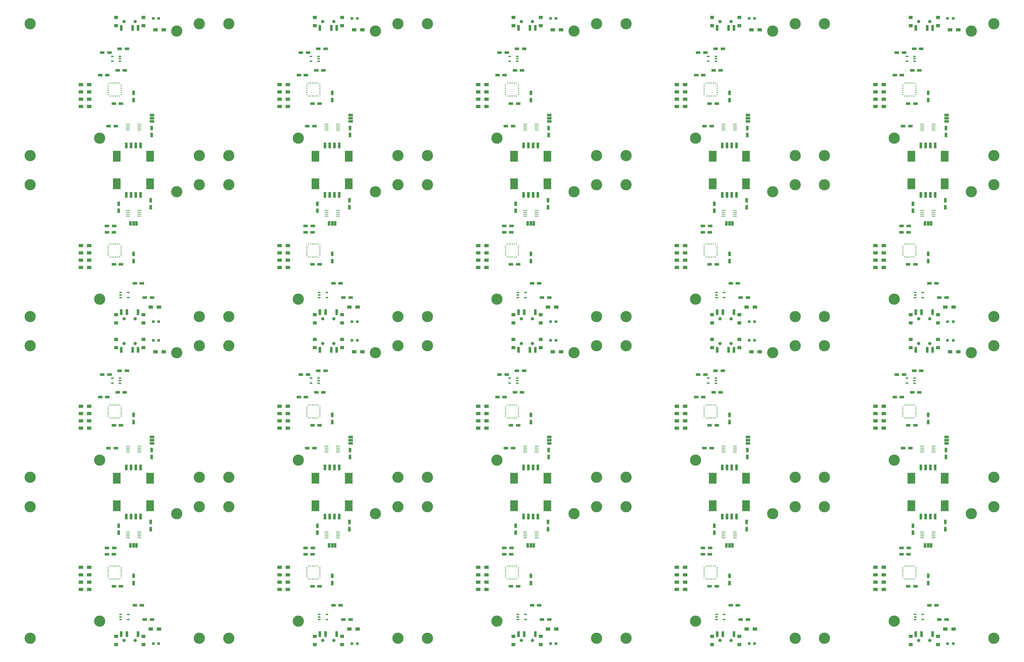
<source format=gbr>
G04 #@! TF.FileFunction,Soldermask,Bot*
%FSLAX46Y46*%
G04 Gerber Fmt 4.6, Leading zero omitted, Abs format (unit mm)*
G04 Created by KiCad (PCBNEW (2015-09-14 BZR 6197)-product) date Wednesday, September 16, 2015 'PMt' 11:24:09 PM*
%MOMM*%
G01*
G04 APERTURE LIST*
%ADD10C,0.100000*%
%ADD11R,1.200000X0.750000*%
%ADD12R,0.200000X0.350000*%
%ADD13R,0.350000X0.200000*%
%ADD14R,0.750000X1.200000*%
%ADD15R,0.800000X1.600000*%
%ADD16R,2.100000X3.000000*%
%ADD17R,1.143000X0.635000*%
%ADD18R,1.000000X0.260000*%
%ADD19R,1.200000X0.900000*%
%ADD20R,0.797560X0.797560*%
%ADD21C,0.889000*%
%ADD22R,0.711200X1.524000*%
%ADD23R,0.990600X0.812800*%
%ADD24R,0.660400X0.406400*%
%ADD25R,0.635000X1.143000*%
%ADD26C,3.000000*%
G04 APERTURE END LIST*
D10*
D11*
X203649000Y-129699000D03*
X201749000Y-129699000D03*
X200049000Y-122099000D03*
X198149000Y-122099000D03*
D12*
X202250000Y-127725000D03*
X202750000Y-127725000D03*
X203250000Y-127725000D03*
X201750000Y-127725000D03*
X201250000Y-127725000D03*
X200750000Y-127725000D03*
X200750000Y-124275000D03*
X201250000Y-124275000D03*
X201750000Y-124275000D03*
X203250000Y-124275000D03*
X202750000Y-124275000D03*
D13*
X203725000Y-125750000D03*
X200275000Y-126250000D03*
X200275000Y-126750000D03*
X200275000Y-127250000D03*
X200275000Y-125750000D03*
X200275000Y-125250000D03*
X200275000Y-124750000D03*
X203725000Y-124750000D03*
X203725000Y-125250000D03*
D12*
X202250000Y-124275000D03*
D13*
X203725000Y-127250000D03*
X203725000Y-126750000D03*
X203725000Y-126250000D03*
D14*
X207049000Y-126899000D03*
X207049000Y-128799000D03*
D15*
X208875000Y-140900000D03*
X207625000Y-140900000D03*
X206375000Y-140900000D03*
X205125000Y-140900000D03*
D16*
X211425000Y-143800000D03*
X202575000Y-143800000D03*
D11*
X202274000Y-135749000D03*
X200374000Y-135749000D03*
D14*
X211824000Y-138149000D03*
X211824000Y-136249000D03*
D17*
X211949000Y-132823500D03*
X211949000Y-134474500D03*
X211949000Y-133649000D03*
D18*
X208524000Y-136762000D03*
X208524000Y-136254000D03*
X208524000Y-135746000D03*
X208524000Y-135238000D03*
X205476000Y-135238000D03*
X205476000Y-135746000D03*
X205476000Y-136254000D03*
X205476000Y-136762000D03*
D19*
X193020400Y-130473600D03*
X195220400Y-130473600D03*
X193020400Y-126573600D03*
X195220400Y-126573600D03*
X193020400Y-128523600D03*
X195220400Y-128523600D03*
X193020400Y-124623600D03*
X195220400Y-124623600D03*
D14*
X207049000Y-83899000D03*
X207049000Y-85799000D03*
D11*
X203649000Y-86699000D03*
X201749000Y-86699000D03*
D12*
X202250000Y-84725000D03*
X202750000Y-84725000D03*
X203250000Y-84725000D03*
X201750000Y-84725000D03*
X201250000Y-84725000D03*
X200750000Y-84725000D03*
X200750000Y-81275000D03*
X201250000Y-81275000D03*
X201750000Y-81275000D03*
X203250000Y-81275000D03*
X202750000Y-81275000D03*
D13*
X203725000Y-82750000D03*
X200275000Y-83250000D03*
X200275000Y-83750000D03*
X200275000Y-84250000D03*
X200275000Y-82750000D03*
X200275000Y-82250000D03*
X200275000Y-81750000D03*
X203725000Y-81750000D03*
X203725000Y-82250000D03*
D12*
X202250000Y-81275000D03*
D13*
X203725000Y-84250000D03*
X203725000Y-83750000D03*
X203725000Y-83250000D03*
D11*
X201810800Y-78143800D03*
X199910800Y-78143800D03*
D19*
X193020400Y-85549000D03*
X195220400Y-85549000D03*
X193020400Y-87499000D03*
X195220400Y-87499000D03*
X193020400Y-83599000D03*
X195220400Y-83599000D03*
X193020400Y-81649000D03*
X195220400Y-81649000D03*
D20*
X212250700Y-102000000D03*
X213749300Y-102000000D03*
D21*
X207498600Y-107800000D03*
X204501400Y-107800000D03*
D22*
X206762000Y-109527200D03*
X208260600Y-109527200D03*
X203764800Y-109527200D03*
D23*
X202355100Y-108904900D03*
X202355100Y-106695100D03*
X209644900Y-108904900D03*
X209644900Y-106695100D03*
D19*
X212900000Y-110000000D03*
X215100000Y-110000000D03*
X211597200Y-98108200D03*
X213797200Y-98108200D03*
D20*
X212250700Y-107000000D03*
X213749300Y-107000000D03*
D24*
X203365000Y-117088600D03*
X203365000Y-118409400D03*
X203365000Y-117749000D03*
X201333000Y-118409400D03*
X201333000Y-117088600D03*
D11*
X205224000Y-115124000D03*
X203324000Y-115124000D03*
X200599000Y-116099000D03*
X198699000Y-116099000D03*
X202799000Y-120849000D03*
X204699000Y-120849000D03*
D19*
X193020400Y-167649000D03*
X195220400Y-167649000D03*
X193020400Y-173499000D03*
X195220400Y-173499000D03*
D11*
X203649000Y-172699000D03*
X201749000Y-172699000D03*
D19*
X193020400Y-169599000D03*
X195220400Y-169599000D03*
X193020400Y-171549000D03*
X195220400Y-171549000D03*
D12*
X202250000Y-170725000D03*
X202750000Y-170725000D03*
X203250000Y-170725000D03*
X201750000Y-170725000D03*
X201250000Y-170725000D03*
X200750000Y-170725000D03*
X200750000Y-167275000D03*
X201250000Y-167275000D03*
X201750000Y-167275000D03*
X203250000Y-167275000D03*
X202750000Y-167275000D03*
D13*
X203725000Y-168750000D03*
X200275000Y-169250000D03*
X200275000Y-169750000D03*
X200275000Y-170250000D03*
X200275000Y-168750000D03*
X200275000Y-168250000D03*
X200275000Y-167750000D03*
X203725000Y-167750000D03*
X203725000Y-168250000D03*
D12*
X202250000Y-167275000D03*
D13*
X203725000Y-170250000D03*
X203725000Y-169750000D03*
X203725000Y-169250000D03*
D14*
X207049000Y-169899000D03*
X207049000Y-171799000D03*
D11*
X201851400Y-162442000D03*
X199951400Y-162442000D03*
D25*
X207833100Y-161730800D03*
X206182100Y-161730800D03*
X207007600Y-161730800D03*
D11*
X201810800Y-164143800D03*
X199910800Y-164143800D03*
D14*
X203019800Y-156488200D03*
X203019800Y-158388200D03*
D15*
X205125000Y-154100000D03*
X206375000Y-154100000D03*
X207625000Y-154100000D03*
X208875000Y-154100000D03*
D16*
X202575000Y-151200000D03*
X211425000Y-151200000D03*
D14*
X211605000Y-157423000D03*
X211605000Y-155523000D03*
D18*
X205476000Y-158238000D03*
X205476000Y-158746000D03*
X205476000Y-159254000D03*
X205476000Y-159762000D03*
X208524000Y-159762000D03*
X208524000Y-159254000D03*
X208524000Y-158746000D03*
X208524000Y-158238000D03*
D11*
X210020000Y-181542800D03*
X211920000Y-181542800D03*
X209278400Y-177783600D03*
X207378400Y-177783600D03*
D20*
X212250700Y-188000000D03*
X213749300Y-188000000D03*
D24*
X203553200Y-181542800D03*
X203553200Y-180222000D03*
X203553200Y-180882400D03*
X205585200Y-180222000D03*
X205585200Y-181542800D03*
D21*
X204501400Y-187200000D03*
X207498600Y-187200000D03*
D22*
X205238000Y-185472800D03*
X203739400Y-185472800D03*
X208235200Y-185472800D03*
D23*
X209644900Y-186095100D03*
X209644900Y-188304900D03*
X202355100Y-186095100D03*
X202355100Y-188304900D03*
D19*
X211597200Y-184108200D03*
X213797200Y-184108200D03*
D15*
X208875000Y-54900000D03*
X207625000Y-54900000D03*
X206375000Y-54900000D03*
X205125000Y-54900000D03*
D16*
X211425000Y-57800000D03*
X202575000Y-57800000D03*
D14*
X211824000Y-52149000D03*
X211824000Y-50249000D03*
D11*
X202274000Y-49749000D03*
X200374000Y-49749000D03*
D17*
X211949000Y-46823500D03*
X211949000Y-48474500D03*
X211949000Y-47649000D03*
D18*
X208524000Y-50762000D03*
X208524000Y-50254000D03*
X208524000Y-49746000D03*
X208524000Y-49238000D03*
X205476000Y-49238000D03*
X205476000Y-49746000D03*
X205476000Y-50254000D03*
X205476000Y-50762000D03*
D11*
X200599000Y-30099000D03*
X198699000Y-30099000D03*
X200049000Y-36099000D03*
X198149000Y-36099000D03*
D24*
X203365000Y-31088600D03*
X203365000Y-32409400D03*
X203365000Y-31749000D03*
X201333000Y-32409400D03*
X201333000Y-31088600D03*
D11*
X202799000Y-34849000D03*
X204699000Y-34849000D03*
X203649000Y-43699000D03*
X201749000Y-43699000D03*
D14*
X207049000Y-40899000D03*
X207049000Y-42799000D03*
D12*
X202250000Y-41725000D03*
X202750000Y-41725000D03*
X203250000Y-41725000D03*
X201750000Y-41725000D03*
X201250000Y-41725000D03*
X200750000Y-41725000D03*
X200750000Y-38275000D03*
X201250000Y-38275000D03*
X201750000Y-38275000D03*
X203250000Y-38275000D03*
X202750000Y-38275000D03*
D13*
X203725000Y-39750000D03*
X200275000Y-40250000D03*
X200275000Y-40750000D03*
X200275000Y-41250000D03*
X200275000Y-39750000D03*
X200275000Y-39250000D03*
X200275000Y-38750000D03*
X203725000Y-38750000D03*
X203725000Y-39250000D03*
D12*
X202250000Y-38275000D03*
D13*
X203725000Y-41250000D03*
X203725000Y-40750000D03*
X203725000Y-40250000D03*
D11*
X205224000Y-29124000D03*
X203324000Y-29124000D03*
D20*
X212250700Y-21000000D03*
X213749300Y-21000000D03*
D19*
X212900000Y-24000000D03*
X215100000Y-24000000D03*
D21*
X207498600Y-21800000D03*
X204501400Y-21800000D03*
D22*
X206762000Y-23527200D03*
X208260600Y-23527200D03*
X203764800Y-23527200D03*
D23*
X202355100Y-22904900D03*
X202355100Y-20695100D03*
X209644900Y-22904900D03*
X209644900Y-20695100D03*
D25*
X207833100Y-75730800D03*
X206182100Y-75730800D03*
X207007600Y-75730800D03*
D14*
X203019800Y-70488200D03*
X203019800Y-72388200D03*
D15*
X205125000Y-68100000D03*
X206375000Y-68100000D03*
X207625000Y-68100000D03*
X208875000Y-68100000D03*
D16*
X202575000Y-65200000D03*
X211425000Y-65200000D03*
D11*
X201851400Y-76442000D03*
X199951400Y-76442000D03*
D18*
X205476000Y-72238000D03*
X205476000Y-72746000D03*
X205476000Y-73254000D03*
X205476000Y-73762000D03*
X208524000Y-73762000D03*
X208524000Y-73254000D03*
X208524000Y-72746000D03*
X208524000Y-72238000D03*
D14*
X211605000Y-71423000D03*
X211605000Y-69523000D03*
D19*
X193020400Y-42523600D03*
X195220400Y-42523600D03*
X193020400Y-40573600D03*
X195220400Y-40573600D03*
X193020400Y-44473600D03*
X195220400Y-44473600D03*
X193020400Y-38623600D03*
X195220400Y-38623600D03*
D24*
X203553200Y-95542800D03*
X203553200Y-94222000D03*
X203553200Y-94882400D03*
X205585200Y-94222000D03*
X205585200Y-95542800D03*
D11*
X209278400Y-91783600D03*
X207378400Y-91783600D03*
X210020000Y-95542800D03*
X211920000Y-95542800D03*
D21*
X204501400Y-101200000D03*
X207498600Y-101200000D03*
D22*
X205238000Y-99472800D03*
X203739400Y-99472800D03*
X208235200Y-99472800D03*
D23*
X209644900Y-100095100D03*
X209644900Y-102304900D03*
X202355100Y-100095100D03*
X202355100Y-102304900D03*
D26*
X224600000Y-22400000D03*
X224600000Y-57600000D03*
X218570000Y-24310000D03*
X197970000Y-53000000D03*
X224600000Y-65400000D03*
X179400000Y-22400000D03*
X224600000Y-100600000D03*
X218570000Y-67310000D03*
X197970000Y-96000000D03*
X179400000Y-57600000D03*
X179400000Y-65400000D03*
X179400000Y-108400000D03*
X179400000Y-100600000D03*
X179400000Y-151400000D03*
X224600000Y-186600000D03*
X218570000Y-153310000D03*
X197970000Y-182000000D03*
X224600000Y-151400000D03*
X179400000Y-186600000D03*
X179400000Y-143600000D03*
X224600000Y-143600000D03*
X224600000Y-108400000D03*
X218570000Y-110310000D03*
X197970000Y-139000000D03*
D11*
X150649000Y-129699000D03*
X148749000Y-129699000D03*
X147049000Y-122099000D03*
X145149000Y-122099000D03*
D12*
X149250000Y-127725000D03*
X149750000Y-127725000D03*
X150250000Y-127725000D03*
X148750000Y-127725000D03*
X148250000Y-127725000D03*
X147750000Y-127725000D03*
X147750000Y-124275000D03*
X148250000Y-124275000D03*
X148750000Y-124275000D03*
X150250000Y-124275000D03*
X149750000Y-124275000D03*
D13*
X150725000Y-125750000D03*
X147275000Y-126250000D03*
X147275000Y-126750000D03*
X147275000Y-127250000D03*
X147275000Y-125750000D03*
X147275000Y-125250000D03*
X147275000Y-124750000D03*
X150725000Y-124750000D03*
X150725000Y-125250000D03*
D12*
X149250000Y-124275000D03*
D13*
X150725000Y-127250000D03*
X150725000Y-126750000D03*
X150725000Y-126250000D03*
D14*
X154049000Y-126899000D03*
X154049000Y-128799000D03*
D15*
X155875000Y-140900000D03*
X154625000Y-140900000D03*
X153375000Y-140900000D03*
X152125000Y-140900000D03*
D16*
X158425000Y-143800000D03*
X149575000Y-143800000D03*
D11*
X149274000Y-135749000D03*
X147374000Y-135749000D03*
D14*
X158824000Y-138149000D03*
X158824000Y-136249000D03*
D17*
X158949000Y-132823500D03*
X158949000Y-134474500D03*
X158949000Y-133649000D03*
D18*
X155524000Y-136762000D03*
X155524000Y-136254000D03*
X155524000Y-135746000D03*
X155524000Y-135238000D03*
X152476000Y-135238000D03*
X152476000Y-135746000D03*
X152476000Y-136254000D03*
X152476000Y-136762000D03*
D19*
X140020400Y-130473600D03*
X142220400Y-130473600D03*
X140020400Y-126573600D03*
X142220400Y-126573600D03*
X140020400Y-128523600D03*
X142220400Y-128523600D03*
X140020400Y-124623600D03*
X142220400Y-124623600D03*
D14*
X154049000Y-83899000D03*
X154049000Y-85799000D03*
D11*
X150649000Y-86699000D03*
X148749000Y-86699000D03*
D12*
X149250000Y-84725000D03*
X149750000Y-84725000D03*
X150250000Y-84725000D03*
X148750000Y-84725000D03*
X148250000Y-84725000D03*
X147750000Y-84725000D03*
X147750000Y-81275000D03*
X148250000Y-81275000D03*
X148750000Y-81275000D03*
X150250000Y-81275000D03*
X149750000Y-81275000D03*
D13*
X150725000Y-82750000D03*
X147275000Y-83250000D03*
X147275000Y-83750000D03*
X147275000Y-84250000D03*
X147275000Y-82750000D03*
X147275000Y-82250000D03*
X147275000Y-81750000D03*
X150725000Y-81750000D03*
X150725000Y-82250000D03*
D12*
X149250000Y-81275000D03*
D13*
X150725000Y-84250000D03*
X150725000Y-83750000D03*
X150725000Y-83250000D03*
D11*
X148810800Y-78143800D03*
X146910800Y-78143800D03*
D19*
X140020400Y-85549000D03*
X142220400Y-85549000D03*
X140020400Y-87499000D03*
X142220400Y-87499000D03*
X140020400Y-83599000D03*
X142220400Y-83599000D03*
X140020400Y-81649000D03*
X142220400Y-81649000D03*
D20*
X159250700Y-102000000D03*
X160749300Y-102000000D03*
D21*
X154498600Y-107800000D03*
X151501400Y-107800000D03*
D22*
X153762000Y-109527200D03*
X155260600Y-109527200D03*
X150764800Y-109527200D03*
D23*
X149355100Y-108904900D03*
X149355100Y-106695100D03*
X156644900Y-108904900D03*
X156644900Y-106695100D03*
D19*
X159900000Y-110000000D03*
X162100000Y-110000000D03*
X158597200Y-98108200D03*
X160797200Y-98108200D03*
D20*
X159250700Y-107000000D03*
X160749300Y-107000000D03*
D24*
X150365000Y-117088600D03*
X150365000Y-118409400D03*
X150365000Y-117749000D03*
X148333000Y-118409400D03*
X148333000Y-117088600D03*
D11*
X152224000Y-115124000D03*
X150324000Y-115124000D03*
X147599000Y-116099000D03*
X145699000Y-116099000D03*
X149799000Y-120849000D03*
X151699000Y-120849000D03*
D19*
X140020400Y-167649000D03*
X142220400Y-167649000D03*
X140020400Y-173499000D03*
X142220400Y-173499000D03*
D11*
X150649000Y-172699000D03*
X148749000Y-172699000D03*
D19*
X140020400Y-169599000D03*
X142220400Y-169599000D03*
X140020400Y-171549000D03*
X142220400Y-171549000D03*
D12*
X149250000Y-170725000D03*
X149750000Y-170725000D03*
X150250000Y-170725000D03*
X148750000Y-170725000D03*
X148250000Y-170725000D03*
X147750000Y-170725000D03*
X147750000Y-167275000D03*
X148250000Y-167275000D03*
X148750000Y-167275000D03*
X150250000Y-167275000D03*
X149750000Y-167275000D03*
D13*
X150725000Y-168750000D03*
X147275000Y-169250000D03*
X147275000Y-169750000D03*
X147275000Y-170250000D03*
X147275000Y-168750000D03*
X147275000Y-168250000D03*
X147275000Y-167750000D03*
X150725000Y-167750000D03*
X150725000Y-168250000D03*
D12*
X149250000Y-167275000D03*
D13*
X150725000Y-170250000D03*
X150725000Y-169750000D03*
X150725000Y-169250000D03*
D14*
X154049000Y-169899000D03*
X154049000Y-171799000D03*
D11*
X148851400Y-162442000D03*
X146951400Y-162442000D03*
D25*
X154833100Y-161730800D03*
X153182100Y-161730800D03*
X154007600Y-161730800D03*
D11*
X148810800Y-164143800D03*
X146910800Y-164143800D03*
D14*
X150019800Y-156488200D03*
X150019800Y-158388200D03*
D15*
X152125000Y-154100000D03*
X153375000Y-154100000D03*
X154625000Y-154100000D03*
X155875000Y-154100000D03*
D16*
X149575000Y-151200000D03*
X158425000Y-151200000D03*
D14*
X158605000Y-157423000D03*
X158605000Y-155523000D03*
D18*
X152476000Y-158238000D03*
X152476000Y-158746000D03*
X152476000Y-159254000D03*
X152476000Y-159762000D03*
X155524000Y-159762000D03*
X155524000Y-159254000D03*
X155524000Y-158746000D03*
X155524000Y-158238000D03*
D11*
X157020000Y-181542800D03*
X158920000Y-181542800D03*
X156278400Y-177783600D03*
X154378400Y-177783600D03*
D20*
X159250700Y-188000000D03*
X160749300Y-188000000D03*
D24*
X150553200Y-181542800D03*
X150553200Y-180222000D03*
X150553200Y-180882400D03*
X152585200Y-180222000D03*
X152585200Y-181542800D03*
D21*
X151501400Y-187200000D03*
X154498600Y-187200000D03*
D22*
X152238000Y-185472800D03*
X150739400Y-185472800D03*
X155235200Y-185472800D03*
D23*
X156644900Y-186095100D03*
X156644900Y-188304900D03*
X149355100Y-186095100D03*
X149355100Y-188304900D03*
D19*
X158597200Y-184108200D03*
X160797200Y-184108200D03*
D15*
X155875000Y-54900000D03*
X154625000Y-54900000D03*
X153375000Y-54900000D03*
X152125000Y-54900000D03*
D16*
X158425000Y-57800000D03*
X149575000Y-57800000D03*
D14*
X158824000Y-52149000D03*
X158824000Y-50249000D03*
D11*
X149274000Y-49749000D03*
X147374000Y-49749000D03*
D17*
X158949000Y-46823500D03*
X158949000Y-48474500D03*
X158949000Y-47649000D03*
D18*
X155524000Y-50762000D03*
X155524000Y-50254000D03*
X155524000Y-49746000D03*
X155524000Y-49238000D03*
X152476000Y-49238000D03*
X152476000Y-49746000D03*
X152476000Y-50254000D03*
X152476000Y-50762000D03*
D11*
X147599000Y-30099000D03*
X145699000Y-30099000D03*
X147049000Y-36099000D03*
X145149000Y-36099000D03*
D24*
X150365000Y-31088600D03*
X150365000Y-32409400D03*
X150365000Y-31749000D03*
X148333000Y-32409400D03*
X148333000Y-31088600D03*
D11*
X149799000Y-34849000D03*
X151699000Y-34849000D03*
X150649000Y-43699000D03*
X148749000Y-43699000D03*
D14*
X154049000Y-40899000D03*
X154049000Y-42799000D03*
D12*
X149250000Y-41725000D03*
X149750000Y-41725000D03*
X150250000Y-41725000D03*
X148750000Y-41725000D03*
X148250000Y-41725000D03*
X147750000Y-41725000D03*
X147750000Y-38275000D03*
X148250000Y-38275000D03*
X148750000Y-38275000D03*
X150250000Y-38275000D03*
X149750000Y-38275000D03*
D13*
X150725000Y-39750000D03*
X147275000Y-40250000D03*
X147275000Y-40750000D03*
X147275000Y-41250000D03*
X147275000Y-39750000D03*
X147275000Y-39250000D03*
X147275000Y-38750000D03*
X150725000Y-38750000D03*
X150725000Y-39250000D03*
D12*
X149250000Y-38275000D03*
D13*
X150725000Y-41250000D03*
X150725000Y-40750000D03*
X150725000Y-40250000D03*
D11*
X152224000Y-29124000D03*
X150324000Y-29124000D03*
D20*
X159250700Y-21000000D03*
X160749300Y-21000000D03*
D19*
X159900000Y-24000000D03*
X162100000Y-24000000D03*
D21*
X154498600Y-21800000D03*
X151501400Y-21800000D03*
D22*
X153762000Y-23527200D03*
X155260600Y-23527200D03*
X150764800Y-23527200D03*
D23*
X149355100Y-22904900D03*
X149355100Y-20695100D03*
X156644900Y-22904900D03*
X156644900Y-20695100D03*
D25*
X154833100Y-75730800D03*
X153182100Y-75730800D03*
X154007600Y-75730800D03*
D14*
X150019800Y-70488200D03*
X150019800Y-72388200D03*
D15*
X152125000Y-68100000D03*
X153375000Y-68100000D03*
X154625000Y-68100000D03*
X155875000Y-68100000D03*
D16*
X149575000Y-65200000D03*
X158425000Y-65200000D03*
D11*
X148851400Y-76442000D03*
X146951400Y-76442000D03*
D18*
X152476000Y-72238000D03*
X152476000Y-72746000D03*
X152476000Y-73254000D03*
X152476000Y-73762000D03*
X155524000Y-73762000D03*
X155524000Y-73254000D03*
X155524000Y-72746000D03*
X155524000Y-72238000D03*
D14*
X158605000Y-71423000D03*
X158605000Y-69523000D03*
D19*
X140020400Y-42523600D03*
X142220400Y-42523600D03*
X140020400Y-40573600D03*
X142220400Y-40573600D03*
X140020400Y-44473600D03*
X142220400Y-44473600D03*
X140020400Y-38623600D03*
X142220400Y-38623600D03*
D24*
X150553200Y-95542800D03*
X150553200Y-94222000D03*
X150553200Y-94882400D03*
X152585200Y-94222000D03*
X152585200Y-95542800D03*
D11*
X156278400Y-91783600D03*
X154378400Y-91783600D03*
X157020000Y-95542800D03*
X158920000Y-95542800D03*
D21*
X151501400Y-101200000D03*
X154498600Y-101200000D03*
D22*
X152238000Y-99472800D03*
X150739400Y-99472800D03*
X155235200Y-99472800D03*
D23*
X156644900Y-100095100D03*
X156644900Y-102304900D03*
X149355100Y-100095100D03*
X149355100Y-102304900D03*
D26*
X171600000Y-22400000D03*
X171600000Y-57600000D03*
X165570000Y-24310000D03*
X144970000Y-53000000D03*
X171600000Y-65400000D03*
X126400000Y-22400000D03*
X171600000Y-100600000D03*
X165570000Y-67310000D03*
X144970000Y-96000000D03*
X126400000Y-57600000D03*
X126400000Y-65400000D03*
X126400000Y-108400000D03*
X126400000Y-100600000D03*
X126400000Y-151400000D03*
X171600000Y-186600000D03*
X165570000Y-153310000D03*
X144970000Y-182000000D03*
X171600000Y-151400000D03*
X126400000Y-186600000D03*
X126400000Y-143600000D03*
X171600000Y-143600000D03*
X171600000Y-108400000D03*
X165570000Y-110310000D03*
X144970000Y-139000000D03*
D11*
X97649000Y-129699000D03*
X95749000Y-129699000D03*
X94049000Y-122099000D03*
X92149000Y-122099000D03*
D12*
X96250000Y-127725000D03*
X96750000Y-127725000D03*
X97250000Y-127725000D03*
X95750000Y-127725000D03*
X95250000Y-127725000D03*
X94750000Y-127725000D03*
X94750000Y-124275000D03*
X95250000Y-124275000D03*
X95750000Y-124275000D03*
X97250000Y-124275000D03*
X96750000Y-124275000D03*
D13*
X97725000Y-125750000D03*
X94275000Y-126250000D03*
X94275000Y-126750000D03*
X94275000Y-127250000D03*
X94275000Y-125750000D03*
X94275000Y-125250000D03*
X94275000Y-124750000D03*
X97725000Y-124750000D03*
X97725000Y-125250000D03*
D12*
X96250000Y-124275000D03*
D13*
X97725000Y-127250000D03*
X97725000Y-126750000D03*
X97725000Y-126250000D03*
D14*
X101049000Y-126899000D03*
X101049000Y-128799000D03*
D15*
X102875000Y-140900000D03*
X101625000Y-140900000D03*
X100375000Y-140900000D03*
X99125000Y-140900000D03*
D16*
X105425000Y-143800000D03*
X96575000Y-143800000D03*
D11*
X96274000Y-135749000D03*
X94374000Y-135749000D03*
D14*
X105824000Y-138149000D03*
X105824000Y-136249000D03*
D17*
X105949000Y-132823500D03*
X105949000Y-134474500D03*
X105949000Y-133649000D03*
D18*
X102524000Y-136762000D03*
X102524000Y-136254000D03*
X102524000Y-135746000D03*
X102524000Y-135238000D03*
X99476000Y-135238000D03*
X99476000Y-135746000D03*
X99476000Y-136254000D03*
X99476000Y-136762000D03*
D19*
X87020400Y-130473600D03*
X89220400Y-130473600D03*
X87020400Y-126573600D03*
X89220400Y-126573600D03*
X87020400Y-128523600D03*
X89220400Y-128523600D03*
X87020400Y-124623600D03*
X89220400Y-124623600D03*
D14*
X101049000Y-83899000D03*
X101049000Y-85799000D03*
D11*
X97649000Y-86699000D03*
X95749000Y-86699000D03*
D12*
X96250000Y-84725000D03*
X96750000Y-84725000D03*
X97250000Y-84725000D03*
X95750000Y-84725000D03*
X95250000Y-84725000D03*
X94750000Y-84725000D03*
X94750000Y-81275000D03*
X95250000Y-81275000D03*
X95750000Y-81275000D03*
X97250000Y-81275000D03*
X96750000Y-81275000D03*
D13*
X97725000Y-82750000D03*
X94275000Y-83250000D03*
X94275000Y-83750000D03*
X94275000Y-84250000D03*
X94275000Y-82750000D03*
X94275000Y-82250000D03*
X94275000Y-81750000D03*
X97725000Y-81750000D03*
X97725000Y-82250000D03*
D12*
X96250000Y-81275000D03*
D13*
X97725000Y-84250000D03*
X97725000Y-83750000D03*
X97725000Y-83250000D03*
D11*
X95810800Y-78143800D03*
X93910800Y-78143800D03*
D19*
X87020400Y-85549000D03*
X89220400Y-85549000D03*
X87020400Y-87499000D03*
X89220400Y-87499000D03*
X87020400Y-83599000D03*
X89220400Y-83599000D03*
X87020400Y-81649000D03*
X89220400Y-81649000D03*
D20*
X106250700Y-102000000D03*
X107749300Y-102000000D03*
D21*
X101498600Y-107800000D03*
X98501400Y-107800000D03*
D22*
X100762000Y-109527200D03*
X102260600Y-109527200D03*
X97764800Y-109527200D03*
D23*
X96355100Y-108904900D03*
X96355100Y-106695100D03*
X103644900Y-108904900D03*
X103644900Y-106695100D03*
D19*
X106900000Y-110000000D03*
X109100000Y-110000000D03*
X105597200Y-98108200D03*
X107797200Y-98108200D03*
D20*
X106250700Y-107000000D03*
X107749300Y-107000000D03*
D24*
X97365000Y-117088600D03*
X97365000Y-118409400D03*
X97365000Y-117749000D03*
X95333000Y-118409400D03*
X95333000Y-117088600D03*
D11*
X99224000Y-115124000D03*
X97324000Y-115124000D03*
X94599000Y-116099000D03*
X92699000Y-116099000D03*
X96799000Y-120849000D03*
X98699000Y-120849000D03*
D19*
X87020400Y-167649000D03*
X89220400Y-167649000D03*
X87020400Y-173499000D03*
X89220400Y-173499000D03*
D11*
X97649000Y-172699000D03*
X95749000Y-172699000D03*
D19*
X87020400Y-169599000D03*
X89220400Y-169599000D03*
X87020400Y-171549000D03*
X89220400Y-171549000D03*
D12*
X96250000Y-170725000D03*
X96750000Y-170725000D03*
X97250000Y-170725000D03*
X95750000Y-170725000D03*
X95250000Y-170725000D03*
X94750000Y-170725000D03*
X94750000Y-167275000D03*
X95250000Y-167275000D03*
X95750000Y-167275000D03*
X97250000Y-167275000D03*
X96750000Y-167275000D03*
D13*
X97725000Y-168750000D03*
X94275000Y-169250000D03*
X94275000Y-169750000D03*
X94275000Y-170250000D03*
X94275000Y-168750000D03*
X94275000Y-168250000D03*
X94275000Y-167750000D03*
X97725000Y-167750000D03*
X97725000Y-168250000D03*
D12*
X96250000Y-167275000D03*
D13*
X97725000Y-170250000D03*
X97725000Y-169750000D03*
X97725000Y-169250000D03*
D14*
X101049000Y-169899000D03*
X101049000Y-171799000D03*
D11*
X95851400Y-162442000D03*
X93951400Y-162442000D03*
D25*
X101833100Y-161730800D03*
X100182100Y-161730800D03*
X101007600Y-161730800D03*
D11*
X95810800Y-164143800D03*
X93910800Y-164143800D03*
D14*
X97019800Y-156488200D03*
X97019800Y-158388200D03*
D15*
X99125000Y-154100000D03*
X100375000Y-154100000D03*
X101625000Y-154100000D03*
X102875000Y-154100000D03*
D16*
X96575000Y-151200000D03*
X105425000Y-151200000D03*
D14*
X105605000Y-157423000D03*
X105605000Y-155523000D03*
D18*
X99476000Y-158238000D03*
X99476000Y-158746000D03*
X99476000Y-159254000D03*
X99476000Y-159762000D03*
X102524000Y-159762000D03*
X102524000Y-159254000D03*
X102524000Y-158746000D03*
X102524000Y-158238000D03*
D11*
X104020000Y-181542800D03*
X105920000Y-181542800D03*
X103278400Y-177783600D03*
X101378400Y-177783600D03*
D20*
X106250700Y-188000000D03*
X107749300Y-188000000D03*
D24*
X97553200Y-181542800D03*
X97553200Y-180222000D03*
X97553200Y-180882400D03*
X99585200Y-180222000D03*
X99585200Y-181542800D03*
D21*
X98501400Y-187200000D03*
X101498600Y-187200000D03*
D22*
X99238000Y-185472800D03*
X97739400Y-185472800D03*
X102235200Y-185472800D03*
D23*
X103644900Y-186095100D03*
X103644900Y-188304900D03*
X96355100Y-186095100D03*
X96355100Y-188304900D03*
D19*
X105597200Y-184108200D03*
X107797200Y-184108200D03*
D15*
X102875000Y-54900000D03*
X101625000Y-54900000D03*
X100375000Y-54900000D03*
X99125000Y-54900000D03*
D16*
X105425000Y-57800000D03*
X96575000Y-57800000D03*
D14*
X105824000Y-52149000D03*
X105824000Y-50249000D03*
D11*
X96274000Y-49749000D03*
X94374000Y-49749000D03*
D17*
X105949000Y-46823500D03*
X105949000Y-48474500D03*
X105949000Y-47649000D03*
D18*
X102524000Y-50762000D03*
X102524000Y-50254000D03*
X102524000Y-49746000D03*
X102524000Y-49238000D03*
X99476000Y-49238000D03*
X99476000Y-49746000D03*
X99476000Y-50254000D03*
X99476000Y-50762000D03*
D11*
X94599000Y-30099000D03*
X92699000Y-30099000D03*
X94049000Y-36099000D03*
X92149000Y-36099000D03*
D24*
X97365000Y-31088600D03*
X97365000Y-32409400D03*
X97365000Y-31749000D03*
X95333000Y-32409400D03*
X95333000Y-31088600D03*
D11*
X96799000Y-34849000D03*
X98699000Y-34849000D03*
X97649000Y-43699000D03*
X95749000Y-43699000D03*
D14*
X101049000Y-40899000D03*
X101049000Y-42799000D03*
D12*
X96250000Y-41725000D03*
X96750000Y-41725000D03*
X97250000Y-41725000D03*
X95750000Y-41725000D03*
X95250000Y-41725000D03*
X94750000Y-41725000D03*
X94750000Y-38275000D03*
X95250000Y-38275000D03*
X95750000Y-38275000D03*
X97250000Y-38275000D03*
X96750000Y-38275000D03*
D13*
X97725000Y-39750000D03*
X94275000Y-40250000D03*
X94275000Y-40750000D03*
X94275000Y-41250000D03*
X94275000Y-39750000D03*
X94275000Y-39250000D03*
X94275000Y-38750000D03*
X97725000Y-38750000D03*
X97725000Y-39250000D03*
D12*
X96250000Y-38275000D03*
D13*
X97725000Y-41250000D03*
X97725000Y-40750000D03*
X97725000Y-40250000D03*
D11*
X99224000Y-29124000D03*
X97324000Y-29124000D03*
D20*
X106250700Y-21000000D03*
X107749300Y-21000000D03*
D19*
X106900000Y-24000000D03*
X109100000Y-24000000D03*
D21*
X101498600Y-21800000D03*
X98501400Y-21800000D03*
D22*
X100762000Y-23527200D03*
X102260600Y-23527200D03*
X97764800Y-23527200D03*
D23*
X96355100Y-22904900D03*
X96355100Y-20695100D03*
X103644900Y-22904900D03*
X103644900Y-20695100D03*
D25*
X101833100Y-75730800D03*
X100182100Y-75730800D03*
X101007600Y-75730800D03*
D14*
X97019800Y-70488200D03*
X97019800Y-72388200D03*
D15*
X99125000Y-68100000D03*
X100375000Y-68100000D03*
X101625000Y-68100000D03*
X102875000Y-68100000D03*
D16*
X96575000Y-65200000D03*
X105425000Y-65200000D03*
D11*
X95851400Y-76442000D03*
X93951400Y-76442000D03*
D18*
X99476000Y-72238000D03*
X99476000Y-72746000D03*
X99476000Y-73254000D03*
X99476000Y-73762000D03*
X102524000Y-73762000D03*
X102524000Y-73254000D03*
X102524000Y-72746000D03*
X102524000Y-72238000D03*
D14*
X105605000Y-71423000D03*
X105605000Y-69523000D03*
D19*
X87020400Y-42523600D03*
X89220400Y-42523600D03*
X87020400Y-40573600D03*
X89220400Y-40573600D03*
X87020400Y-44473600D03*
X89220400Y-44473600D03*
X87020400Y-38623600D03*
X89220400Y-38623600D03*
D24*
X97553200Y-95542800D03*
X97553200Y-94222000D03*
X97553200Y-94882400D03*
X99585200Y-94222000D03*
X99585200Y-95542800D03*
D11*
X103278400Y-91783600D03*
X101378400Y-91783600D03*
X104020000Y-95542800D03*
X105920000Y-95542800D03*
D21*
X98501400Y-101200000D03*
X101498600Y-101200000D03*
D22*
X99238000Y-99472800D03*
X97739400Y-99472800D03*
X102235200Y-99472800D03*
D23*
X103644900Y-100095100D03*
X103644900Y-102304900D03*
X96355100Y-100095100D03*
X96355100Y-102304900D03*
D26*
X118600000Y-22400000D03*
X118600000Y-57600000D03*
X112570000Y-24310000D03*
X91970000Y-53000000D03*
X118600000Y-65400000D03*
X73400000Y-22400000D03*
X118600000Y-100600000D03*
X112570000Y-67310000D03*
X91970000Y-96000000D03*
X73400000Y-57600000D03*
X73400000Y-65400000D03*
X73400000Y-108400000D03*
X73400000Y-100600000D03*
X73400000Y-151400000D03*
X118600000Y-186600000D03*
X112570000Y-153310000D03*
X91970000Y-182000000D03*
X118600000Y-151400000D03*
X73400000Y-186600000D03*
X73400000Y-143600000D03*
X118600000Y-143600000D03*
X118600000Y-108400000D03*
X112570000Y-110310000D03*
X91970000Y-139000000D03*
D12*
X255250000Y-170725000D03*
X255750000Y-170725000D03*
X256250000Y-170725000D03*
X254750000Y-170725000D03*
X254250000Y-170725000D03*
X253750000Y-170725000D03*
X253750000Y-167275000D03*
X254250000Y-167275000D03*
X254750000Y-167275000D03*
X256250000Y-167275000D03*
X255750000Y-167275000D03*
D13*
X256725000Y-168750000D03*
X253275000Y-169250000D03*
X253275000Y-169750000D03*
X253275000Y-170250000D03*
X253275000Y-168750000D03*
X253275000Y-168250000D03*
X253275000Y-167750000D03*
X256725000Y-167750000D03*
X256725000Y-168250000D03*
D12*
X255250000Y-167275000D03*
D13*
X256725000Y-170250000D03*
X256725000Y-169750000D03*
X256725000Y-169250000D03*
D19*
X246020400Y-173499000D03*
X248220400Y-173499000D03*
X246020400Y-167649000D03*
X248220400Y-167649000D03*
X246020400Y-169599000D03*
X248220400Y-169599000D03*
X246020400Y-171549000D03*
X248220400Y-171549000D03*
D11*
X256649000Y-172699000D03*
X254749000Y-172699000D03*
X254810800Y-164143800D03*
X252910800Y-164143800D03*
D14*
X260049000Y-169899000D03*
X260049000Y-171799000D03*
D25*
X260833100Y-161730800D03*
X259182100Y-161730800D03*
X260007600Y-161730800D03*
D11*
X254851400Y-162442000D03*
X252951400Y-162442000D03*
D18*
X258476000Y-158238000D03*
X258476000Y-158746000D03*
X258476000Y-159254000D03*
X258476000Y-159762000D03*
X261524000Y-159762000D03*
X261524000Y-159254000D03*
X261524000Y-158746000D03*
X261524000Y-158238000D03*
D14*
X256019800Y-156488200D03*
X256019800Y-158388200D03*
X264605000Y-157423000D03*
X264605000Y-155523000D03*
D15*
X258125000Y-154100000D03*
X259375000Y-154100000D03*
X260625000Y-154100000D03*
X261875000Y-154100000D03*
D16*
X255575000Y-151200000D03*
X264425000Y-151200000D03*
D19*
X264597200Y-184108200D03*
X266797200Y-184108200D03*
D11*
X262278400Y-177783600D03*
X260378400Y-177783600D03*
X263020000Y-181542800D03*
X264920000Y-181542800D03*
D21*
X257501400Y-187200000D03*
X260498600Y-187200000D03*
D22*
X258238000Y-185472800D03*
X256739400Y-185472800D03*
X261235200Y-185472800D03*
D23*
X262644900Y-186095100D03*
X262644900Y-188304900D03*
X255355100Y-186095100D03*
X255355100Y-188304900D03*
D20*
X265250700Y-188000000D03*
X266749300Y-188000000D03*
D24*
X256553200Y-181542800D03*
X256553200Y-180222000D03*
X256553200Y-180882400D03*
X258585200Y-180222000D03*
X258585200Y-181542800D03*
D19*
X264597200Y-98108200D03*
X266797200Y-98108200D03*
D24*
X256553200Y-95542800D03*
X256553200Y-94222000D03*
X256553200Y-94882400D03*
X258585200Y-94222000D03*
X258585200Y-95542800D03*
D11*
X262278400Y-91783600D03*
X260378400Y-91783600D03*
X263020000Y-95542800D03*
X264920000Y-95542800D03*
D19*
X246020400Y-124623600D03*
X248220400Y-124623600D03*
X246020400Y-130473600D03*
X248220400Y-130473600D03*
X246020400Y-128523600D03*
X248220400Y-128523600D03*
D14*
X260049000Y-126899000D03*
X260049000Y-128799000D03*
D12*
X255250000Y-127725000D03*
X255750000Y-127725000D03*
X256250000Y-127725000D03*
X254750000Y-127725000D03*
X254250000Y-127725000D03*
X253750000Y-127725000D03*
X253750000Y-124275000D03*
X254250000Y-124275000D03*
X254750000Y-124275000D03*
X256250000Y-124275000D03*
X255750000Y-124275000D03*
D13*
X256725000Y-125750000D03*
X253275000Y-126250000D03*
X253275000Y-126750000D03*
X253275000Y-127250000D03*
X253275000Y-125750000D03*
X253275000Y-125250000D03*
X253275000Y-124750000D03*
X256725000Y-124750000D03*
X256725000Y-125250000D03*
D12*
X255250000Y-124275000D03*
D13*
X256725000Y-127250000D03*
X256725000Y-126750000D03*
X256725000Y-126250000D03*
D11*
X256649000Y-129699000D03*
X254749000Y-129699000D03*
D19*
X246020400Y-126573600D03*
X248220400Y-126573600D03*
D17*
X264949000Y-132823500D03*
X264949000Y-134474500D03*
X264949000Y-133649000D03*
D15*
X261875000Y-140900000D03*
X260625000Y-140900000D03*
X259375000Y-140900000D03*
X258125000Y-140900000D03*
D16*
X264425000Y-143800000D03*
X255575000Y-143800000D03*
D14*
X264824000Y-138149000D03*
X264824000Y-136249000D03*
D18*
X261524000Y-136762000D03*
X261524000Y-136254000D03*
X261524000Y-135746000D03*
X261524000Y-135238000D03*
X258476000Y-135238000D03*
X258476000Y-135746000D03*
X258476000Y-136254000D03*
X258476000Y-136762000D03*
D11*
X255274000Y-135749000D03*
X253374000Y-135749000D03*
D21*
X257501400Y-101200000D03*
X260498600Y-101200000D03*
D22*
X258238000Y-99472800D03*
X256739400Y-99472800D03*
X261235200Y-99472800D03*
D23*
X262644900Y-100095100D03*
X262644900Y-102304900D03*
X255355100Y-100095100D03*
X255355100Y-102304900D03*
D20*
X265250700Y-107000000D03*
X266749300Y-107000000D03*
X265250700Y-102000000D03*
X266749300Y-102000000D03*
D19*
X265900000Y-110000000D03*
X268100000Y-110000000D03*
D21*
X260498600Y-107800000D03*
X257501400Y-107800000D03*
D22*
X259762000Y-109527200D03*
X261260600Y-109527200D03*
X256764800Y-109527200D03*
D23*
X255355100Y-108904900D03*
X255355100Y-106695100D03*
X262644900Y-108904900D03*
X262644900Y-106695100D03*
D11*
X255799000Y-120849000D03*
X257699000Y-120849000D03*
X253599000Y-116099000D03*
X251699000Y-116099000D03*
D24*
X256365000Y-117088600D03*
X256365000Y-118409400D03*
X256365000Y-117749000D03*
X254333000Y-118409400D03*
X254333000Y-117088600D03*
D11*
X253049000Y-122099000D03*
X251149000Y-122099000D03*
X258224000Y-115124000D03*
X256324000Y-115124000D03*
D19*
X246020400Y-38623600D03*
X248220400Y-38623600D03*
X246020400Y-42523600D03*
X248220400Y-42523600D03*
X246020400Y-44473600D03*
X248220400Y-44473600D03*
X246020400Y-40573600D03*
X248220400Y-40573600D03*
D18*
X258476000Y-72238000D03*
X258476000Y-72746000D03*
X258476000Y-73254000D03*
X258476000Y-73762000D03*
X261524000Y-73762000D03*
X261524000Y-73254000D03*
X261524000Y-72746000D03*
X261524000Y-72238000D03*
D14*
X256019800Y-70488200D03*
X256019800Y-72388200D03*
X264605000Y-71423000D03*
X264605000Y-69523000D03*
D15*
X258125000Y-68100000D03*
X259375000Y-68100000D03*
X260625000Y-68100000D03*
X261875000Y-68100000D03*
D16*
X255575000Y-65200000D03*
X264425000Y-65200000D03*
D11*
X254851400Y-76442000D03*
X252951400Y-76442000D03*
D25*
X260833100Y-75730800D03*
X259182100Y-75730800D03*
X260007600Y-75730800D03*
D11*
X254810800Y-78143800D03*
X252910800Y-78143800D03*
D12*
X255250000Y-41725000D03*
X255750000Y-41725000D03*
X256250000Y-41725000D03*
X254750000Y-41725000D03*
X254250000Y-41725000D03*
X253750000Y-41725000D03*
X253750000Y-38275000D03*
X254250000Y-38275000D03*
X254750000Y-38275000D03*
X256250000Y-38275000D03*
X255750000Y-38275000D03*
D13*
X256725000Y-39750000D03*
X253275000Y-40250000D03*
X253275000Y-40750000D03*
X253275000Y-41250000D03*
X253275000Y-39750000D03*
X253275000Y-39250000D03*
X253275000Y-38750000D03*
X256725000Y-38750000D03*
X256725000Y-39250000D03*
D12*
X255250000Y-38275000D03*
D13*
X256725000Y-41250000D03*
X256725000Y-40750000D03*
X256725000Y-40250000D03*
D11*
X253049000Y-36099000D03*
X251149000Y-36099000D03*
D14*
X260049000Y-40899000D03*
X260049000Y-42799000D03*
D11*
X255799000Y-34849000D03*
X257699000Y-34849000D03*
X256649000Y-43699000D03*
X254749000Y-43699000D03*
D24*
X256365000Y-31088600D03*
X256365000Y-32409400D03*
X256365000Y-31749000D03*
X254333000Y-32409400D03*
X254333000Y-31088600D03*
D21*
X260498600Y-21800000D03*
X257501400Y-21800000D03*
D22*
X259762000Y-23527200D03*
X261260600Y-23527200D03*
X256764800Y-23527200D03*
D23*
X255355100Y-22904900D03*
X255355100Y-20695100D03*
X262644900Y-22904900D03*
X262644900Y-20695100D03*
D19*
X265900000Y-24000000D03*
X268100000Y-24000000D03*
D20*
X265250700Y-21000000D03*
X266749300Y-21000000D03*
D11*
X253599000Y-30099000D03*
X251699000Y-30099000D03*
X258224000Y-29124000D03*
X256324000Y-29124000D03*
D17*
X264949000Y-46823500D03*
X264949000Y-48474500D03*
X264949000Y-47649000D03*
D18*
X261524000Y-50762000D03*
X261524000Y-50254000D03*
X261524000Y-49746000D03*
X261524000Y-49238000D03*
X258476000Y-49238000D03*
X258476000Y-49746000D03*
X258476000Y-50254000D03*
X258476000Y-50762000D03*
D15*
X261875000Y-54900000D03*
X260625000Y-54900000D03*
X259375000Y-54900000D03*
X258125000Y-54900000D03*
D16*
X264425000Y-57800000D03*
X255575000Y-57800000D03*
D11*
X255274000Y-49749000D03*
X253374000Y-49749000D03*
D14*
X264824000Y-52149000D03*
X264824000Y-50249000D03*
D12*
X255250000Y-84725000D03*
X255750000Y-84725000D03*
X256250000Y-84725000D03*
X254750000Y-84725000D03*
X254250000Y-84725000D03*
X253750000Y-84725000D03*
X253750000Y-81275000D03*
X254250000Y-81275000D03*
X254750000Y-81275000D03*
X256250000Y-81275000D03*
X255750000Y-81275000D03*
D13*
X256725000Y-82750000D03*
X253275000Y-83250000D03*
X253275000Y-83750000D03*
X253275000Y-84250000D03*
X253275000Y-82750000D03*
X253275000Y-82250000D03*
X253275000Y-81750000D03*
X256725000Y-81750000D03*
X256725000Y-82250000D03*
D12*
X255250000Y-81275000D03*
D13*
X256725000Y-84250000D03*
X256725000Y-83750000D03*
X256725000Y-83250000D03*
D19*
X246020400Y-81649000D03*
X248220400Y-81649000D03*
X246020400Y-85549000D03*
X248220400Y-85549000D03*
X246020400Y-83599000D03*
X248220400Y-83599000D03*
D11*
X256649000Y-86699000D03*
X254749000Y-86699000D03*
D19*
X246020400Y-87499000D03*
X248220400Y-87499000D03*
D14*
X260049000Y-83899000D03*
X260049000Y-85799000D03*
D26*
X271570000Y-110310000D03*
X250970000Y-139000000D03*
X277600000Y-151400000D03*
X271570000Y-153310000D03*
X250970000Y-182000000D03*
X277600000Y-186600000D03*
X277600000Y-143600000D03*
X232400000Y-186600000D03*
X232400000Y-143600000D03*
X232400000Y-151400000D03*
X277600000Y-100600000D03*
X277600000Y-108400000D03*
X271570000Y-67310000D03*
X250970000Y-96000000D03*
X277600000Y-65400000D03*
X232400000Y-57600000D03*
X232400000Y-22400000D03*
X232400000Y-65400000D03*
X232400000Y-100600000D03*
X232400000Y-108400000D03*
X277600000Y-22400000D03*
X271570000Y-24310000D03*
X250970000Y-53000000D03*
X277600000Y-57600000D03*
D19*
X34020400Y-124623600D03*
X36220400Y-124623600D03*
X34020400Y-130473600D03*
X36220400Y-130473600D03*
X34020400Y-128523600D03*
X36220400Y-128523600D03*
X34020400Y-126573600D03*
X36220400Y-126573600D03*
D12*
X43250000Y-170725000D03*
X43750000Y-170725000D03*
X44250000Y-170725000D03*
X42750000Y-170725000D03*
X42250000Y-170725000D03*
X41750000Y-170725000D03*
X41750000Y-167275000D03*
X42250000Y-167275000D03*
X42750000Y-167275000D03*
X44250000Y-167275000D03*
X43750000Y-167275000D03*
D13*
X44725000Y-168750000D03*
X41275000Y-169250000D03*
X41275000Y-169750000D03*
X41275000Y-170250000D03*
X41275000Y-168750000D03*
X41275000Y-168250000D03*
X41275000Y-167750000D03*
X44725000Y-167750000D03*
X44725000Y-168250000D03*
D12*
X43250000Y-167275000D03*
D13*
X44725000Y-170250000D03*
X44725000Y-169750000D03*
X44725000Y-169250000D03*
D19*
X34020400Y-173499000D03*
X36220400Y-173499000D03*
X34020400Y-167649000D03*
X36220400Y-167649000D03*
X34020400Y-169599000D03*
X36220400Y-169599000D03*
D11*
X44649000Y-172699000D03*
X42749000Y-172699000D03*
D14*
X48049000Y-169899000D03*
X48049000Y-171799000D03*
D19*
X34020400Y-171549000D03*
X36220400Y-171549000D03*
X52597200Y-184108200D03*
X54797200Y-184108200D03*
D11*
X51020000Y-181542800D03*
X52920000Y-181542800D03*
X50278400Y-177783600D03*
X48378400Y-177783600D03*
D20*
X53250700Y-188000000D03*
X54749300Y-188000000D03*
D21*
X45501400Y-187200000D03*
X48498600Y-187200000D03*
D22*
X46238000Y-185472800D03*
X44739400Y-185472800D03*
X49235200Y-185472800D03*
D23*
X50644900Y-186095100D03*
X50644900Y-188304900D03*
X43355100Y-186095100D03*
X43355100Y-188304900D03*
D24*
X44553200Y-181542800D03*
X44553200Y-180222000D03*
X44553200Y-180882400D03*
X46585200Y-180222000D03*
X46585200Y-181542800D03*
D12*
X43250000Y-127725000D03*
X43750000Y-127725000D03*
X44250000Y-127725000D03*
X42750000Y-127725000D03*
X42250000Y-127725000D03*
X41750000Y-127725000D03*
X41750000Y-124275000D03*
X42250000Y-124275000D03*
X42750000Y-124275000D03*
X44250000Y-124275000D03*
X43750000Y-124275000D03*
D13*
X44725000Y-125750000D03*
X41275000Y-126250000D03*
X41275000Y-126750000D03*
X41275000Y-127250000D03*
X41275000Y-125750000D03*
X41275000Y-125250000D03*
X41275000Y-124750000D03*
X44725000Y-124750000D03*
X44725000Y-125250000D03*
D12*
X43250000Y-124275000D03*
D13*
X44725000Y-127250000D03*
X44725000Y-126750000D03*
X44725000Y-126250000D03*
D11*
X43799000Y-120849000D03*
X45699000Y-120849000D03*
X44649000Y-129699000D03*
X42749000Y-129699000D03*
X41049000Y-122099000D03*
X39149000Y-122099000D03*
D14*
X48049000Y-126899000D03*
X48049000Y-128799000D03*
D18*
X46476000Y-158238000D03*
X46476000Y-158746000D03*
X46476000Y-159254000D03*
X46476000Y-159762000D03*
X49524000Y-159762000D03*
X49524000Y-159254000D03*
X49524000Y-158746000D03*
X49524000Y-158238000D03*
D11*
X42851400Y-162442000D03*
X40951400Y-162442000D03*
D14*
X44019800Y-156488200D03*
X44019800Y-158388200D03*
D25*
X48833100Y-161730800D03*
X47182100Y-161730800D03*
X48007600Y-161730800D03*
D15*
X46125000Y-154100000D03*
X47375000Y-154100000D03*
X48625000Y-154100000D03*
X49875000Y-154100000D03*
D16*
X43575000Y-151200000D03*
X52425000Y-151200000D03*
D14*
X52605000Y-157423000D03*
X52605000Y-155523000D03*
D11*
X42810800Y-164143800D03*
X40910800Y-164143800D03*
D17*
X52949000Y-132823500D03*
X52949000Y-134474500D03*
X52949000Y-133649000D03*
D11*
X43274000Y-135749000D03*
X41374000Y-135749000D03*
D15*
X49875000Y-140900000D03*
X48625000Y-140900000D03*
X47375000Y-140900000D03*
X46125000Y-140900000D03*
D16*
X52425000Y-143800000D03*
X43575000Y-143800000D03*
D14*
X52824000Y-138149000D03*
X52824000Y-136249000D03*
D18*
X49524000Y-136762000D03*
X49524000Y-136254000D03*
X49524000Y-135746000D03*
X49524000Y-135238000D03*
X46476000Y-135238000D03*
X46476000Y-135746000D03*
X46476000Y-136254000D03*
X46476000Y-136762000D03*
D24*
X44365000Y-117088600D03*
X44365000Y-118409400D03*
X44365000Y-117749000D03*
X42333000Y-118409400D03*
X42333000Y-117088600D03*
D11*
X46224000Y-115124000D03*
X44324000Y-115124000D03*
D21*
X48498600Y-107800000D03*
X45501400Y-107800000D03*
D22*
X47762000Y-109527200D03*
X49260600Y-109527200D03*
X44764800Y-109527200D03*
D23*
X43355100Y-108904900D03*
X43355100Y-106695100D03*
X50644900Y-108904900D03*
X50644900Y-106695100D03*
D20*
X53250700Y-107000000D03*
X54749300Y-107000000D03*
D11*
X41599000Y-116099000D03*
X39699000Y-116099000D03*
D19*
X53900000Y-110000000D03*
X56100000Y-110000000D03*
D26*
X20400000Y-108400000D03*
X20400000Y-143600000D03*
X65600000Y-108400000D03*
X65600000Y-143600000D03*
X59570000Y-110310000D03*
X38970000Y-139000000D03*
X20400000Y-151400000D03*
X59570000Y-153310000D03*
X38970000Y-182000000D03*
X65600000Y-186600000D03*
X65600000Y-151400000D03*
X20400000Y-186600000D03*
X65600000Y-100600000D03*
X65600000Y-65400000D03*
X20400000Y-100600000D03*
X20400000Y-65400000D03*
X65600000Y-57600000D03*
X20400000Y-57600000D03*
X20400000Y-22400000D03*
D11*
X43274000Y-49749000D03*
X41374000Y-49749000D03*
D14*
X52824000Y-52149000D03*
X52824000Y-50249000D03*
X48049000Y-40899000D03*
X48049000Y-42799000D03*
D11*
X44649000Y-43699000D03*
X42749000Y-43699000D03*
X46224000Y-29124000D03*
X44324000Y-29124000D03*
X41049000Y-36099000D03*
X39149000Y-36099000D03*
X43799000Y-34849000D03*
X45699000Y-34849000D03*
X41599000Y-30099000D03*
X39699000Y-30099000D03*
D14*
X52605000Y-71423000D03*
X52605000Y-69523000D03*
X44019800Y-70488200D03*
X44019800Y-72388200D03*
X48049000Y-83899000D03*
X48049000Y-85799000D03*
D11*
X44649000Y-86699000D03*
X42749000Y-86699000D03*
X50278400Y-91783600D03*
X48378400Y-91783600D03*
X42851400Y-76442000D03*
X40951400Y-76442000D03*
X42810800Y-78143800D03*
X40910800Y-78143800D03*
X51020000Y-95542800D03*
X52920000Y-95542800D03*
D20*
X53250700Y-21000000D03*
X54749300Y-21000000D03*
X53250700Y-102000000D03*
X54749300Y-102000000D03*
D15*
X49875000Y-54900000D03*
X48625000Y-54900000D03*
X47375000Y-54900000D03*
X46125000Y-54900000D03*
D16*
X52425000Y-57800000D03*
X43575000Y-57800000D03*
D15*
X46125000Y-68100000D03*
X47375000Y-68100000D03*
X48625000Y-68100000D03*
X49875000Y-68100000D03*
D16*
X43575000Y-65200000D03*
X52425000Y-65200000D03*
D19*
X34020400Y-40573600D03*
X36220400Y-40573600D03*
X34020400Y-38623600D03*
X36220400Y-38623600D03*
X34020400Y-44473600D03*
X36220400Y-44473600D03*
X34020400Y-42523600D03*
X36220400Y-42523600D03*
X53900000Y-24000000D03*
X56100000Y-24000000D03*
X34020400Y-83599000D03*
X36220400Y-83599000D03*
X34020400Y-81649000D03*
X36220400Y-81649000D03*
X34020400Y-87499000D03*
X36220400Y-87499000D03*
X34020400Y-85549000D03*
X36220400Y-85549000D03*
X52597200Y-98108200D03*
X54797200Y-98108200D03*
D17*
X52949000Y-46823500D03*
X52949000Y-48474500D03*
X52949000Y-47649000D03*
D25*
X48833100Y-75730800D03*
X47182100Y-75730800D03*
X48007600Y-75730800D03*
D21*
X48498600Y-21800000D03*
X45501400Y-21800000D03*
D22*
X47762000Y-23527200D03*
X49260600Y-23527200D03*
X44764800Y-23527200D03*
D23*
X43355100Y-22904900D03*
X43355100Y-20695100D03*
X50644900Y-22904900D03*
X50644900Y-20695100D03*
D21*
X45501400Y-101200000D03*
X48498600Y-101200000D03*
D22*
X46238000Y-99472800D03*
X44739400Y-99472800D03*
X49235200Y-99472800D03*
D23*
X50644900Y-100095100D03*
X50644900Y-102304900D03*
X43355100Y-100095100D03*
X43355100Y-102304900D03*
D18*
X49524000Y-50762000D03*
X49524000Y-50254000D03*
X49524000Y-49746000D03*
X49524000Y-49238000D03*
X46476000Y-49238000D03*
X46476000Y-49746000D03*
X46476000Y-50254000D03*
X46476000Y-50762000D03*
D12*
X43250000Y-41725000D03*
X43750000Y-41725000D03*
X44250000Y-41725000D03*
X42750000Y-41725000D03*
X42250000Y-41725000D03*
X41750000Y-41725000D03*
X41750000Y-38275000D03*
X42250000Y-38275000D03*
X42750000Y-38275000D03*
X44250000Y-38275000D03*
X43750000Y-38275000D03*
D13*
X44725000Y-39750000D03*
X41275000Y-40250000D03*
X41275000Y-40750000D03*
X41275000Y-41250000D03*
X41275000Y-39750000D03*
X41275000Y-39250000D03*
X41275000Y-38750000D03*
X44725000Y-38750000D03*
X44725000Y-39250000D03*
D12*
X43250000Y-38275000D03*
D13*
X44725000Y-41250000D03*
X44725000Y-40750000D03*
X44725000Y-40250000D03*
D24*
X44365000Y-31088600D03*
X44365000Y-32409400D03*
X44365000Y-31749000D03*
X42333000Y-32409400D03*
X42333000Y-31088600D03*
D26*
X59570000Y-24310000D03*
X38970000Y-53000000D03*
D18*
X46476000Y-72238000D03*
X46476000Y-72746000D03*
X46476000Y-73254000D03*
X46476000Y-73762000D03*
X49524000Y-73762000D03*
X49524000Y-73254000D03*
X49524000Y-72746000D03*
X49524000Y-72238000D03*
D12*
X43250000Y-84725000D03*
X43750000Y-84725000D03*
X44250000Y-84725000D03*
X42750000Y-84725000D03*
X42250000Y-84725000D03*
X41750000Y-84725000D03*
X41750000Y-81275000D03*
X42250000Y-81275000D03*
X42750000Y-81275000D03*
X44250000Y-81275000D03*
X43750000Y-81275000D03*
D13*
X44725000Y-82750000D03*
X41275000Y-83250000D03*
X41275000Y-83750000D03*
X41275000Y-84250000D03*
X41275000Y-82750000D03*
X41275000Y-82250000D03*
X41275000Y-81750000D03*
X44725000Y-81750000D03*
X44725000Y-82250000D03*
D12*
X43250000Y-81275000D03*
D13*
X44725000Y-84250000D03*
X44725000Y-83750000D03*
X44725000Y-83250000D03*
D24*
X44553200Y-95542800D03*
X44553200Y-94222000D03*
X44553200Y-94882400D03*
X46585200Y-94222000D03*
X46585200Y-95542800D03*
D26*
X59570000Y-67310000D03*
X38970000Y-96000000D03*
X65600000Y-22400000D03*
M02*

</source>
